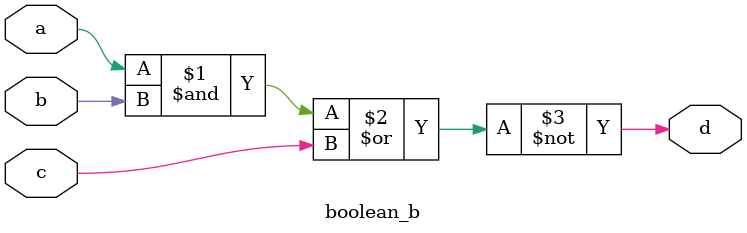
<source format=v>
`timescale 1ns / 1ps

module boolean_b(a,b,c,d);
    input a,b,c;
    output d;
    assign d = ~((a&b)|c);
endmodule

</source>
